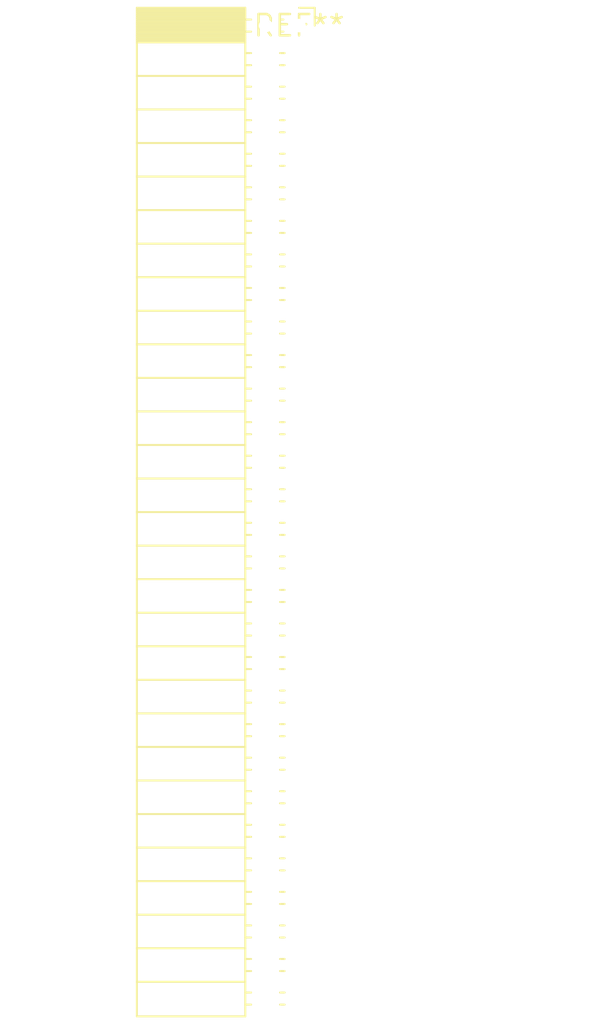
<source format=kicad_pcb>
(kicad_pcb (version 20240108) (generator pcbnew)
  (layers (0 "F.Cu" signal) (31 "B.Cu" signal) (34 "B.Paste" user) (35 "F.Paste" user) (36 "B.SilkS" user "B.Silkscreen") (37 "F.SilkS" user "F.Silkscreen") (38 "B.Mask" user) (39 "F.Mask" user) (44 "Edge.Cuts" user))
  (net 0 "")
  (footprint "PinSocket_2x30_P2.00mm_Horizontal" (layer "F.Cu") (at 0 0)
    (property "Reference" "REF**")
    (property "Value" "PinSocket_2x30_P2.00mm_Horizontal")
    (fp_line (start -9.68 -1.06) (end -9.68 59.06) (layer "F.SilkS") (stroke (width 0.12)))
    (fp_line (start -9.68 -1.06) (end -3.21 -1.06) (layer "F.SilkS") (stroke (width 0.12)))
    (fp_line (start -9.68 -0.94) (end -3.21 -0.94) (layer "F.SilkS") (stroke (width 0.12)))
    (fp_line (start -9.68 -0.825882) (end -3.21 -0.825882) (layer "F.SilkS") (stroke (width 0.12)))
    (fp_line (start -9.68 -0.711764) (end -3.21 -0.711764) (layer "F.SilkS") (stroke (width 0.12)))
    (fp_line (start -9.68 -0.597646) (end -3.21 -0.597646) (layer "F.SilkS") (stroke (width 0.12)))
    (fp_line (start -9.68 -0.483528) (end -3.21 -0.483528) (layer "F.SilkS") (stroke (width 0.12)))
    (fp_line (start -9.68 -0.36941) (end -3.21 -0.36941) (layer "F.SilkS") (stroke (width 0.12)))
    (fp_line (start -9.68 -0.255292) (end -3.21 -0.255292) (layer "F.SilkS") (stroke (width 0.12)))
    (fp_line (start -9.68 -0.141174) (end -3.21 -0.141174) (layer "F.SilkS") (stroke (width 0.12)))
    (fp_line (start -9.68 -0.027056) (end -3.21 -0.027056) (layer "F.SilkS") (stroke (width 0.12)))
    (fp_line (start -9.68 0.087062) (end -3.21 0.087062) (layer "F.SilkS") (stroke (width 0.12)))
    (fp_line (start -9.68 0.20118) (end -3.21 0.20118) (layer "F.SilkS") (stroke (width 0.12)))
    (fp_line (start -9.68 0.315298) (end -3.21 0.315298) (layer "F.SilkS") (stroke (width 0.12)))
    (fp_line (start -9.68 0.429416) (end -3.21 0.429416) (layer "F.SilkS") (stroke (width 0.12)))
    (fp_line (start -9.68 0.543534) (end -3.21 0.543534) (layer "F.SilkS") (stroke (width 0.12)))
    (fp_line (start -9.68 0.657652) (end -3.21 0.657652) (layer "F.SilkS") (stroke (width 0.12)))
    (fp_line (start -9.68 0.77177) (end -3.21 0.77177) (layer "F.SilkS") (stroke (width 0.12)))
    (fp_line (start -9.68 0.885888) (end -3.21 0.885888) (layer "F.SilkS") (stroke (width 0.12)))
    (fp_line (start -9.68 1) (end -3.21 1) (layer "F.SilkS") (stroke (width 0.12)))
    (fp_line (start -9.68 3) (end -3.21 3) (layer "F.SilkS") (stroke (width 0.12)))
    (fp_line (start -9.68 5) (end -3.21 5) (layer "F.SilkS") (stroke (width 0.12)))
    (fp_line (start -9.68 7) (end -3.21 7) (layer "F.SilkS") (stroke (width 0.12)))
    (fp_line (start -9.68 9) (end -3.21 9) (layer "F.SilkS") (stroke (width 0.12)))
    (fp_line (start -9.68 11) (end -3.21 11) (layer "F.SilkS") (stroke (width 0.12)))
    (fp_line (start -9.68 13) (end -3.21 13) (layer "F.SilkS") (stroke (width 0.12)))
    (fp_line (start -9.68 15) (end -3.21 15) (layer "F.SilkS") (stroke (width 0.12)))
    (fp_line (start -9.68 17) (end -3.21 17) (layer "F.SilkS") (stroke (width 0.12)))
    (fp_line (start -9.68 19) (end -3.21 19) (layer "F.SilkS") (stroke (width 0.12)))
    (fp_line (start -9.68 21) (end -3.21 21) (layer "F.SilkS") (stroke (width 0.12)))
    (fp_line (start -9.68 23) (end -3.21 23) (layer "F.SilkS") (stroke (width 0.12)))
    (fp_line (start -9.68 25) (end -3.21 25) (layer "F.SilkS") (stroke (width 0.12)))
    (fp_line (start -9.68 27) (end -3.21 27) (layer "F.SilkS") (stroke (width 0.12)))
    (fp_line (start -9.68 29) (end -3.21 29) (layer "F.SilkS") (stroke (width 0.12)))
    (fp_line (start -9.68 31) (end -3.21 31) (layer "F.SilkS") (stroke (width 0.12)))
    (fp_line (start -9.68 33) (end -3.21 33) (layer "F.SilkS") (stroke (width 0.12)))
    (fp_line (start -9.68 35) (end -3.21 35) (layer "F.SilkS") (stroke (width 0.12)))
    (fp_line (start -9.68 37) (end -3.21 37) (layer "F.SilkS") (stroke (width 0.12)))
    (fp_line (start -9.68 39) (end -3.21 39) (layer "F.SilkS") (stroke (width 0.12)))
    (fp_line (start -9.68 41) (end -3.21 41) (layer "F.SilkS") (stroke (width 0.12)))
    (fp_line (start -9.68 43) (end -3.21 43) (layer "F.SilkS") (stroke (width 0.12)))
    (fp_line (start -9.68 45) (end -3.21 45) (layer "F.SilkS") (stroke (width 0.12)))
    (fp_line (start -9.68 47) (end -3.21 47) (layer "F.SilkS") (stroke (width 0.12)))
    (fp_line (start -9.68 49) (end -3.21 49) (layer "F.SilkS") (stroke (width 0.12)))
    (fp_line (start -9.68 51) (end -3.21 51) (layer "F.SilkS") (stroke (width 0.12)))
    (fp_line (start -9.68 53) (end -3.21 53) (layer "F.SilkS") (stroke (width 0.12)))
    (fp_line (start -9.68 55) (end -3.21 55) (layer "F.SilkS") (stroke (width 0.12)))
    (fp_line (start -9.68 57) (end -3.21 57) (layer "F.SilkS") (stroke (width 0.12)))
    (fp_line (start -9.68 59.06) (end -3.21 59.06) (layer "F.SilkS") (stroke (width 0.12)))
    (fp_line (start -3.21 -1.06) (end -3.21 59.06) (layer "F.SilkS") (stroke (width 0.12)))
    (fp_line (start -3.21 -0.36) (end -2.862917 -0.36) (layer "F.SilkS") (stroke (width 0.12)))
    (fp_line (start -3.21 0.36) (end -2.862917 0.36) (layer "F.SilkS") (stroke (width 0.12)))
    (fp_line (start -3.21 1.64) (end -2.862917 1.64) (layer "F.SilkS") (stroke (width 0.12)))
    (fp_line (start -3.21 2.36) (end -2.862917 2.36) (layer "F.SilkS") (stroke (width 0.12)))
    (fp_line (start -3.21 3.64) (end -2.862917 3.64) (layer "F.SilkS") (stroke (width 0.12)))
    (fp_line (start -3.21 4.36) (end -2.862917 4.36) (layer "F.SilkS") (stroke (width 0.12)))
    (fp_line (start -3.21 5.64) (end -2.862917 5.64) (layer "F.SilkS") (stroke (width 0.12)))
    (fp_line (start -3.21 6.36) (end -2.862917 6.36) (layer "F.SilkS") (stroke (width 0.12)))
    (fp_line (start -3.21 7.64) (end -2.862917 7.64) (layer "F.SilkS") (stroke (width 0.12)))
    (fp_line (start -3.21 8.36) (end -2.862917 8.36) (layer "F.SilkS") (stroke (width 0.12)))
    (fp_line (start -3.21 9.64) (end -2.862917 9.64) (layer "F.SilkS") (stroke (width 0.12)))
    (fp_line (start -3.21 10.36) (end -2.862917 10.36) (layer "F.SilkS") (stroke (width 0.12)))
    (fp_line (start -3.21 11.64) (end -2.862917 11.64) (layer "F.SilkS") (stroke (width 0.12)))
    (fp_line (start -3.21 12.36) (end -2.862917 12.36) (layer "F.SilkS") (stroke (width 0.12)))
    (fp_line (start -3.21 13.64) (end -2.862917 13.64) (layer "F.SilkS") (stroke (width 0.12)))
    (fp_line (start -3.21 14.36) (end -2.862917 14.36) (layer "F.SilkS") (stroke (width 0.12)))
    (fp_line (start -3.21 15.64) (end -2.862917 15.64) (layer "F.SilkS") (stroke (width 0.12)))
    (fp_line (start -3.21 16.36) (end -2.862917 16.36) (layer "F.SilkS") (stroke (width 0.12)))
    (fp_line (start -3.21 17.64) (end -2.862917 17.64) (layer "F.SilkS") (stroke (width 0.12)))
    (fp_line (start -3.21 18.36) (end -2.862917 18.36) (layer "F.SilkS") (stroke (width 0.12)))
    (fp_line (start -3.21 19.64) (end -2.862917 19.64) (layer "F.SilkS") (stroke (width 0.12)))
    (fp_line (start -3.21 20.36) (end -2.862917 20.36) (layer "F.SilkS") (stroke (width 0.12)))
    (fp_line (start -3.21 21.64) (end -2.862917 21.64) (layer "F.SilkS") (stroke (width 0.12)))
    (fp_line (start -3.21 22.36) (end -2.862917 22.36) (layer "F.SilkS") (stroke (width 0.12)))
    (fp_line (start -3.21 23.64) (end -2.862917 23.64) (layer "F.SilkS") (stroke (width 0.12)))
    (fp_line (start -3.21 24.36) (end -2.862917 24.36) (layer "F.SilkS") (stroke (width 0.12)))
    (fp_line (start -3.21 25.64) (end -2.862917 25.64) (layer "F.SilkS") (stroke (width 0.12)))
    (fp_line (start -3.21 26.36) (end -2.862917 26.36) (layer "F.SilkS") (stroke (width 0.12)))
    (fp_line (start -3.21 27.64) (end -2.862917 27.64) (layer "F.SilkS") (stroke (width 0.12)))
    (fp_line (start -3.21 28.36) (end -2.862917 28.36) (layer "F.SilkS") (stroke (width 0.12)))
    (fp_line (start -3.21 29.64) (end -2.862917 29.64) (layer "F.SilkS") (stroke (width 0.12)))
    (fp_line (start -3.21 30.36) (end -2.862917 30.36) (layer "F.SilkS") (stroke (width 0.12)))
    (fp_line (start -3.21 31.64) (end -2.862917 31.64) (layer "F.SilkS") (stroke (width 0.12)))
    (fp_line (start -3.21 32.36) (end -2.862917 32.36) (layer "F.SilkS") (stroke (width 0.12)))
    (fp_line (start -3.21 33.64) (end -2.862917 33.64) (layer "F.SilkS") (stroke (width 0.12)))
    (fp_line (start -3.21 34.36) (end -2.862917 34.36) (layer "F.SilkS") (stroke (width 0.12)))
    (fp_line (start -3.21 35.64) (end -2.862917 35.64) (layer "F.SilkS") (stroke (width 0.12)))
    (fp_line (start -3.21 36.36) (end -2.862917 36.36) (layer "F.SilkS") (stroke (width 0.12)))
    (fp_line (start -3.21 37.64) (end -2.862917 37.64) (layer "F.SilkS") (stroke (width 0.12)))
    (fp_line (start -3.21 38.36) (end -2.862917 38.36) (layer "F.SilkS") (stroke (width 0.12)))
    (fp_line (start -3.21 39.64) (end -2.862917 39.64) (layer "F.SilkS") (stroke (width 0.12)))
    (fp_line (start -3.21 40.36) (end -2.862917 40.36) (layer "F.SilkS") (stroke (width 0.12)))
    (fp_line (start -3.21 41.64) (end -2.862917 41.64) (layer "F.SilkS") (stroke (width 0.12)))
    (fp_line (start -3.21 42.36) (end -2.862917 42.36) (layer "F.SilkS") (stroke (width 0.12)))
    (fp_line (start -3.21 43.64) (end -2.862917 43.64) (layer "F.SilkS") (stroke (width 0.12)))
    (fp_line (start -3.21 44.36) (end -2.862917 44.36) (layer "F.SilkS") (stroke (width 0.12)))
    (fp_line (start -3.21 45.64) (end -2.862917 45.64) (layer "F.SilkS") (stroke (width 0.12)))
    (fp_line (start -3.21 46.36) (end -2.862917 46.36) (layer "F.SilkS") (stroke (width 0.12)))
    (fp_line (start -3.21 47.64) (end -2.862917 47.64) (layer "F.SilkS") (stroke (width 0.12)))
    (fp_line (start -3.21 48.36) (end -2.862917 48.36) (layer "F.SilkS") (stroke (width 0.12)))
    (fp_line (start -3.21 49.64) (end -2.862917 49.64) (layer "F.SilkS") (stroke (width 0.12)))
    (fp_line (start -3.21 50.36) (end -2.862917 50.36) (layer "F.SilkS") (stroke (width 0.12)))
    (fp_line (start -3.21 51.64) (end -2.862917 51.64) (layer "F.SilkS") (stroke (width 0.12)))
    (fp_line (start -3.21 52.36) (end -2.862917 52.36) (layer "F.SilkS") (stroke (width 0.12)))
    (fp_line (start -3.21 53.64) (end -2.862917 53.64) (layer "F.SilkS") (stroke (width 0.12)))
    (fp_line (start -3.21 54.36) (end -2.862917 54.36) (layer "F.SilkS") (stroke (width 0.12)))
    (fp_line (start -3.21 55.64) (end -2.862917 55.64) (layer "F.SilkS") (stroke (width 0.12)))
    (fp_line (start -3.21 56.36) (end -2.862917 56.36) (layer "F.SilkS") (stroke (width 0.12)))
    (fp_line (start -3.21 57.64) (end -2.862917 57.64) (layer "F.SilkS") (stroke (width 0.12)))
    (fp_line (start -3.21 58.36) (end -2.862917 58.36) (layer "F.SilkS") (stroke (width 0.12)))
    (fp_line (start -1.137083 -0.36) (end -0.935 -0.36) (layer "F.SilkS") (stroke (width 0.12)))
    (fp_line (start -1.137083 0.36) (end -0.935 0.36) (layer "F.SilkS") (stroke (width 0.12)))
    (fp_line (start -1.137083 1.64) (end -0.862917 1.64) (layer "F.SilkS") (stroke (width 0.12)))
    (fp_line (start -1.137083 2.36) (end -0.862917 2.36) (layer "F.SilkS") (stroke (width 0.12)))
    (fp_line (start -1.137083 3.64) (end -0.862917 3.64) (layer "F.SilkS") (stroke (width 0.12)))
    (fp_line (start -1.137083 4.36) (end -0.862917 4.36) (layer "F.SilkS") (stroke (width 0.12)))
    (fp_line (start -1.137083 5.64) (end -0.862917 5.64) (layer "F.SilkS") (stroke (width 0.12)))
    (fp_line (start -1.137083 6.36) (end -0.862917 6.36) (layer "F.SilkS") (stroke (width 0.12)))
    (fp_line (start -1.137083 7.64) (end -0.862917 7.64) (layer "F.SilkS") (stroke (width 0.12)))
    (fp_line (start -1.137083 8.36) (end -0.862917 8.36) (layer "F.SilkS") (stroke (width 0.12)))
    (fp_line (start -1.137083 9.64) (end -0.862917 9.64) (layer "F.SilkS") (stroke (width 0.12)))
    (fp_line (start -1.137083 10.36) (end -0.862917 10.36) (layer "F.SilkS") (stroke (width 0.12)))
    (fp_line (start -1.137083 11.64) (end -0.862917 11.64) (layer "F.SilkS") (stroke (width 0.12)))
    (fp_line (start -1.137083 12.36) (end -0.862917 12.36) (layer "F.SilkS") (stroke (width 0.12)))
    (fp_line (start -1.137083 13.64) (end -0.862917 13.64) (layer "F.SilkS") (stroke (width 0.12)))
    (fp_line (start -1.137083 14.36) (end -0.862917 14.36) (layer "F.SilkS") (stroke (width 0.12)))
    (fp_line (start -1.137083 15.64) (end -0.862917 15.64) (layer "F.SilkS") (stroke (width 0.12)))
    (fp_line (start -1.137083 16.36) (end -0.862917 16.36) (layer "F.SilkS") (stroke (width 0.12)))
    (fp_line (start -1.137083 17.64) (end -0.862917 17.64) (layer "F.SilkS") (stroke (width 0.12)))
    (fp_line (start -1.137083 18.36) (end -0.862917 18.36) (layer "F.SilkS") (stroke (width 0.12)))
    (fp_line (start -1.137083 19.64) (end -0.862917 19.64) (layer "F.SilkS") (stroke (width 0.12)))
    (fp_line (start -1.137083 20.36) (end -0.862917 20.36) (layer "F.SilkS") (stroke (width 0.12)))
    (fp_line (start -1.137083 21.64) (end -0.862917 21.64) (layer "F.SilkS") (stroke (width 0.12)))
    (fp_line (start -1.137083 22.36) (end -0.862917 22.36) (layer "F.SilkS") (stroke (width 0.12)))
    (fp_line (start -1.137083 23.64) (end -0.862917 23.64) (layer "F.SilkS") (stroke (width 0.12)))
    (fp_line (start -1.137083 24.36) (end -0.862917 24.36) (layer "F.SilkS") (stroke (width 0.12)))
    (fp_line (start -1.137083 25.64) (end -0.862917 25.64) (layer "F.SilkS") (stroke (width 0.12)))
    (fp_line (start -1.137083 26.36) (end -0.862917 26.36) (layer "F.SilkS") (stroke (width 0.12)))
    (fp_line (start -1.137083 27.64) (end -0.862917 27.64) (layer "F.SilkS") (stroke (width 0.12)))
    (fp_line (start -1.137083 28.36) (end -0.862917 28.36) (layer "F.SilkS") (stroke (width 0.12)))
    (fp_line (start -1.137083 29.64) (end -0.862917 29.64) (layer "F.SilkS") (stroke (width 0.12)))
    (fp_line (start -1.137083 30.36) (end -0.862917 30.36) (layer "F.SilkS") (stroke (width 0.12)))
    (fp_line (start -1.137083 31.64) (end -0.862917 31.64) (layer "F.SilkS") (stroke (width 0.12)))
    (fp_line (start -1.137083 32.36) (end -0.862917 32.36) (layer "F.SilkS") (stroke (width 0.12)))
    (fp_line (start -1.137083 33.64) (end -0.862917 33.64) (layer "F.SilkS") (stroke (width 0.12)))
    (fp_line (start -1.137083 34.36) (end -0.862917 34.36) (layer "F.SilkS") (stroke (width 0.12)))
    (fp_line (start -1.137083 35.64) (end -0.862917 35.64) (layer "F.SilkS") (stroke (width 0.12)))
    (fp_line (start -1.137083 36.36) (end -0.862917 36.36) (layer "F.SilkS") (stroke (width 0.12)))
    (fp_line (start -1.137083 37.64) (end -0.862917 37.64) (layer "F.SilkS") (stroke (width 0.12)))
    (fp_line (start -1.137083 38.36) (end -0.862917 38.36) (layer "F.SilkS") (stroke (width 0.12)))
    (fp_line (start -1.137083 39.64) (end -0.862917 39.64) (layer "F.SilkS") (stroke (width 0.12)))
    (fp_line (start -1.137083 40.36) (end -0.862917 40.36) (layer "F.SilkS") (stroke (width 0.12)))
    (fp_line (start -1.137083 41.64) (end -0.862917 41.64) (layer "F.SilkS") (stroke (width 0.12)))
    (fp_line (start -1.137083 42.36) (end -0.862917 42.36) (layer "F.SilkS") (stroke (width 0.12)))
    (fp_line (start -1.137083 43.64) (end -0.862917 43.64) (layer "F.SilkS") (stroke (width 0.12)))
    (fp_line (start -1.137083 44.36) (end -0.862917 44.36) (layer "F.SilkS") (stroke (width 0.12)))
    (fp_line (start -1.137083 45.64) (end -0.862917 45.64) (layer "F.SilkS") (stroke (width 0.12)))
    (fp_line (start -1.137083 46.36) (end -0.862917 46.36) (layer "F.SilkS") (stroke (width 0.12)))
    (fp_line (start -1.137083 47.64) (end -0.862917 47.64) (layer "F.SilkS") (stroke (width 0.12)))
    (fp_line (start -1.137083 48.36) (end -0.862917 48.36) (layer "F.SilkS") (stroke (width 0.12)))
    (fp_line (start -1.137083 49.64) (end -0.862917 49.64) (layer "F.SilkS") (stroke (width 0.12)))
    (fp_line (start -1.137083 50.36) (end -0.862917 50.36) (layer "F.SilkS") (stroke (width 0.12)))
    (fp_line (start -1.137083 51.64) (end -0.862917 51.64) (layer "F.SilkS") (stroke (width 0.12)))
    (fp_line (start -1.137083 52.36) (end -0.862917 52.36) (layer "F.SilkS") (stroke (width 0.12)))
    (fp_line (start -1.137083 53.64) (end -0.862917 53.64) (layer "F.SilkS") (stroke (width 0.12)))
    (fp_line (start -1.137083 54.36) (end -0.862917 54.36) (layer "F.SilkS") (stroke (width 0.12)))
    (fp_line (start -1.137083 55.64) (end -0.862917 55.64) (layer "F.SilkS") (stroke (width 0.12)))
    (fp_line (start -1.137083 56.36) (end -0.862917 56.36) (layer "F.SilkS") (stroke (width 0.12)))
    (fp_line (start -1.137083 57.64) (end -0.862917 57.64) (layer "F.SilkS") (stroke (width 0.12)))
    (fp_line (start -1.137083 58.36) (end -0.862917 58.36) (layer "F.SilkS") (stroke (width 0.12)))
    (fp_line (start 0 -1.06) (end 0.935 -1.06) (layer "F.SilkS") (stroke (width 0.12)))
    (fp_line (start 0.935 -1.06) (end 0.935 0) (layer "F.SilkS") (stroke (width 0.12)))
    (pad "1" thru_hole rect (at 0 0) (size 1.35 1.35) (drill 0.8) (layers *.Cu *.Mask) (remove_unused_layers))
    (pad "2" thru_hole oval (at -2 0) (size 1.35 1.35) (drill 0.8) (layers *.Cu *.Mask) (remove_unused_layers))
    (pad "3" thru_hole oval (at 0 2) (size 1.35 1.35) (drill 0.8) (layers *.Cu *.Mask) (remove_unused_layers))
    (pad "4" thru_hole oval (at -2 2) (size 1.35 1.35) (drill 0.8) (layers *.Cu *.Mask) (remove_unused_layers))
    (pad "5" thru_hole oval (at 0 4) (size 1.35 1.35) (drill 0.8) (layers *.Cu *.Mask) (remove_unused_layers))
    (pad "6" thru_hole oval (at -2 4) (size 1.35 1.35) (drill 0.8) (layers *.Cu *.Mask) (remove_unused_layers))
    (pad "7" thru_hole oval (at 0 6) (size 1.35 1.35) (drill 0.8) (layers *.Cu *.Mask) (remove_unused_layers))
    (pad "8" thru_hole oval (at -2 6) (size 1.35 1.35) (drill 0.8) (layers *.Cu *.Mask) (remove_unused_layers))
    (pad "9" thru_hole oval (at 0 8) (size 1.35 1.35) (drill 0.8) (layers *.Cu *.Mask) (remove_unused_layers))
    (pad "10" thru_hole oval (at -2 8) (size 1.35 1.35) (drill 0.8) (layers *.Cu *.Mask) (remove_unused_layers))
    (pad "11" thru_hole oval (at 0 10) (size 1.35 1.35) (drill 0.8) (layers *.Cu *.Mask) (remove_unused_layers))
    (pad "12" thru_hole oval (at -2 10) (size 1.35 1.35) (drill 0.8) (layers *.Cu *.Mask) (remove_unused_layers))
    (pad "13" thru_hole oval (at 0 12) (size 1.35 1.35) (drill 0.8) (layers *.Cu *.Mask) (remove_unused_layers))
    (pad "14" thru_hole oval (at -2 12) (size 1.35 1.35) (drill 0.8) (layers *.Cu *.Mask) (remove_unused_layers))
    (pad "15" thru_hole oval (at 0 14) (size 1.35 1.35) (drill 0.8) (layers *.Cu *.Mask) (remove_unused_layers))
    (pad "16" thru_hole oval (at -2 14) (size 1.35 1.35) (drill 0.8) (layers *.Cu *.Mask) (remove_unused_layers))
    (pad "17" thru_hole oval (at 0 16) (size 1.35 1.35) (drill 0.8) (layers *.Cu *.Mask) (remove_unused_layers))
    (pad "18" thru_hole oval (at -2 16) (size 1.35 1.35) (drill 0.8) (layers *.Cu *.Mask) (remove_unused_layers))
    (pad "19" thru_hole oval (at 0 18) (size 1.35 1.35) (drill 0.8) (layers *.Cu *.Mask) (remove_unused_layers))
    (pad "20" thru_hole oval (at -2 18) (size 1.35 1.35) (drill 0.8) (layers *.Cu *.Mask) (remove_unused_layers))
    (pad "21" thru_hole oval (at 0 20) (size 1.35 1.35) (drill 0.8) (layers *.Cu *.Mask) (remove_unused_layers))
    (pad "22" thru_hole oval (at -2 20) (size 1.35 1.35) (drill 0.8) (layers *.Cu *.Mask) (remove_unused_layers))
    (pad "23" thru_hole oval (at 0 22) (size 1.35 1.35) (drill 0.8) (layers *.Cu *.Mask) (remove_unused_layers))
    (pad "24" thru_hole oval (at -2 22) (size 1.35 1.35) (drill 0.8) (layers *.Cu *.Mask) (remove_unused_layers))
    (pad "25" thru_hole oval (at 0 24) (size 1.35 1.35) (drill 0.8) (layers *.Cu *.Mask) (remove_unused_layers))
    (pad "26" thru_hole oval (at -2 24) (size 1.35 1.35) (drill 0.8) (layers *.Cu *.Mask) (remove_unused_layers))
    (pad "27" thru_hole oval (at 0 26) (size 1.35 1.35) (drill 0.8) (layers *.Cu *.Mask) (remove_unused_layers))
    (pad "28" thru_hole oval (at -2 26) (size 1.35 1.35) (drill 0.8) (layers *.Cu *.Mask) (remove_unused_layers))
    (pad "29" thru_hole oval (at 0 28) (size 1.35 1.35) (drill 0.8) (layers *.Cu *.Mask) (remove_unused_layers))
    (pad "30" thru_hole oval (at -2 28) (size 1.35 1.35) (drill 0.8) (layers *.Cu *.Mask) (remove_unused_layers))
    (pad "31" thru_hole oval (at 0 30) (size 1.35 1.35) (drill 0.8) (layers *.Cu *.Mask) (remove_unused_layers))
    (pad "32" thru_hole oval (at -2 30) (size 1.35 1.35) (drill 0.8) (layers *.Cu *.Mask) (remove_unused_layers))
    (pad "33" thru_hole oval (at 0 32) (size 1.35 1.35) (drill 0.8) (layers *.Cu *.Mask) (remove_unused_layers))
    (pad "34" thru_hole oval (at -2 32) (size 1.35 1.35) (drill 0.8) (layers *.Cu *.Mask) (remove_unused_layers))
    (pad "35" thru_hole oval (at 0 34) (size 1.35 1.35) (drill 0.8) (layers *.Cu *.Mask) (remove_unused_layers))
    (pad "36" thru_hole oval (at -2 34) (size 1.35 1.35) (drill 0.8) (layers *.Cu *.Mask) (remove_unused_layers))
    (pad "37" thru_hole oval (at 0 36) (size 1.35 1.35) (drill 0.8) (layers *.Cu *.Mask) (remove_unused_layers))
    (pad "38" thru_hole oval (at -2 36) (size 1.35 1.35) (drill 0.8) (layers *.Cu *.Mask) (remove_unused_layers))
    (pad "39" thru_hole oval (at 0 38) (size 1.35 1.35) (drill 0.8) (layers *.Cu *.Mask) (remove_unused_layers))
    (pad "40" thru_hole oval (at -2 38) (size 1.35 1.35) (drill 0.8) (layers *.Cu *.Mask) (remove_unused_layers))
    (pad "41" thru_hole oval (at 0 40) (size 1.35 1.35) (drill 0.8) (layers *.Cu *.Mask) (remove_unused_layers))
    (pad "42" thru_hole oval (at -2 40) (size 1.35 1.35) (drill 0.8) (layers *.Cu *.Mask) (remove_unused_layers))
    (pad "43" thru_hole oval (at 0 42) (size 1.35 1.35) (drill 0.8) (layers *.Cu *.Mask) (remove_unused_layers))
    (pad "44" thru_hole oval (at -2 42) (size 1.35 1.35) (drill 0.8) (layers *.Cu *.Mask) (remove_unused_layers))
    (pad "45" thru_hole oval (at 0 44) (size 1.35 1.35) (drill 0.8) (layers *.Cu *.Mask) (remove_unused_layers))
    (pad "46" thru_hole oval (at -2 44) (size 1.35 1.35) (drill 0.8) (layers *.Cu *.Mask) (remove_unused_layers))
    (pad "47" thru_hole oval (at 0 46) (size 1.35 1.35) (drill 0.8) (layers *.Cu *.Mask) (remove_unused_layers))
    (pad "48" thru_hole oval (at -2 46) (size 1.35 1.35) (drill 0.8) (layers *.Cu *.Mask) (remove_unused_layers))
    (pad "49" thru_hole oval (at 0 48) (size 1.35 1.35) (drill 0.8) (layers *.Cu *.Mask) (remove_unused_layers))
    (pad "50" thru_hole oval (at -2 48) (size 1.35 1.35) (drill 0.8) (layers *.Cu *.Mask) (remove_unused_layers))
    (pad "51" thru_hole oval (at 0 50) (size 1.35 1.35) (drill 0.8) (layers *.Cu *.Mask) (remove_unused_layers))
    (pad "52" thru_hole oval (at -2 50) (size 1.35 1.35) (drill 0.8) (layers *.Cu *.Mask) (remove_unused_layers))
    (pad "53" thru_hole oval (at 0 52) (size 1.35 1.35) (drill 0.8) (layers *.Cu *.Mask) (remove_unused_layers))
    (pad "54" thru_hole oval (at -2 52) (size 1.35 1.35) (drill 0.8) (layers *.Cu *.Mask) (remove_unused_layers))
    (pad "55" thru_hole oval (at 0 54) (size 1.35 1.35) (drill 0.8) (layers *.Cu *.Mask) (remove_unused_layers))
    (pad "56" thru_hole oval (at -2 54) (size 1.35 1.35) (drill 0.8) (layers *.Cu *.Mask) (remove_unused_layers))
    (pad "57" thru_hole oval (at 0 56) (size 1.35 1.35) (drill 0.8) (layers *.Cu *.Mask) (remove_unused_layers))
    (pad "58" thru_hole oval (at -2 56) (size 1.35 1.35) (drill 0.8) (layers *.Cu *.Mask) (remove_unused_layers))
    (pad "59" thru_hole oval (at 0 58) (size 1.35 1.35) (drill 0.8) (layers *.Cu *.Mask) (remove_unused_layers))
    (pad "60" thru_hole oval (at -2 58) (size 1.35 1.35) (drill 0.8) (layers *.Cu *.Mask) (remove_unused_layers))
  )
)
</source>
